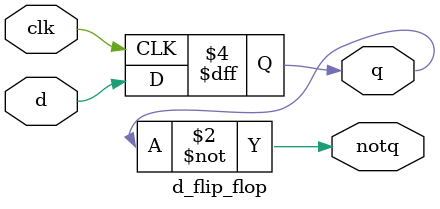
<source format=v>
`timescale 1ns / 1ps


module d_flip_flop(
    input wire clk,
    input wire d,
    output reg q,
    output wire notq
    );
    
    initial q = 1'b0;
    
    always @(posedge clk) begin
        q <= d;
        end
        
    assign notq = ~q;
    
endmodule
</source>
